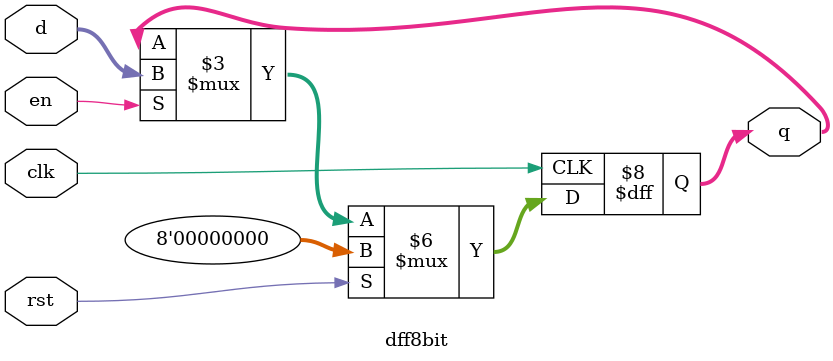
<source format=v>
`timescale 1ns/10ps

module dff (input d,
	    input clk,
	    input rst,
       input en,
	    output reg q,
	    output q_not);

   always @ (posedge clk) begin //removed negedge reset...make sync
      if (rst) begin
	      q <= 0;
      end
      else begin
         if (en) begin
	         q <= d;
         end
         else begin
            q <= q;
         end
      end
   end

   assign q_not = ~q;
   
endmodule // dff

module dff8bit (input [7:0] d,
	    input clk,
	    input rst,
       input en,
	    output reg [7:0] q);

   always @ (posedge clk) begin 
      if (rst) begin
	       q <= 8'b00000000;
      end
      else begin
	      if (en) begin
	         q <= d;
         end
         else begin
            q <= q;
         end
      end
   end
   
endmodule // dff

</source>
